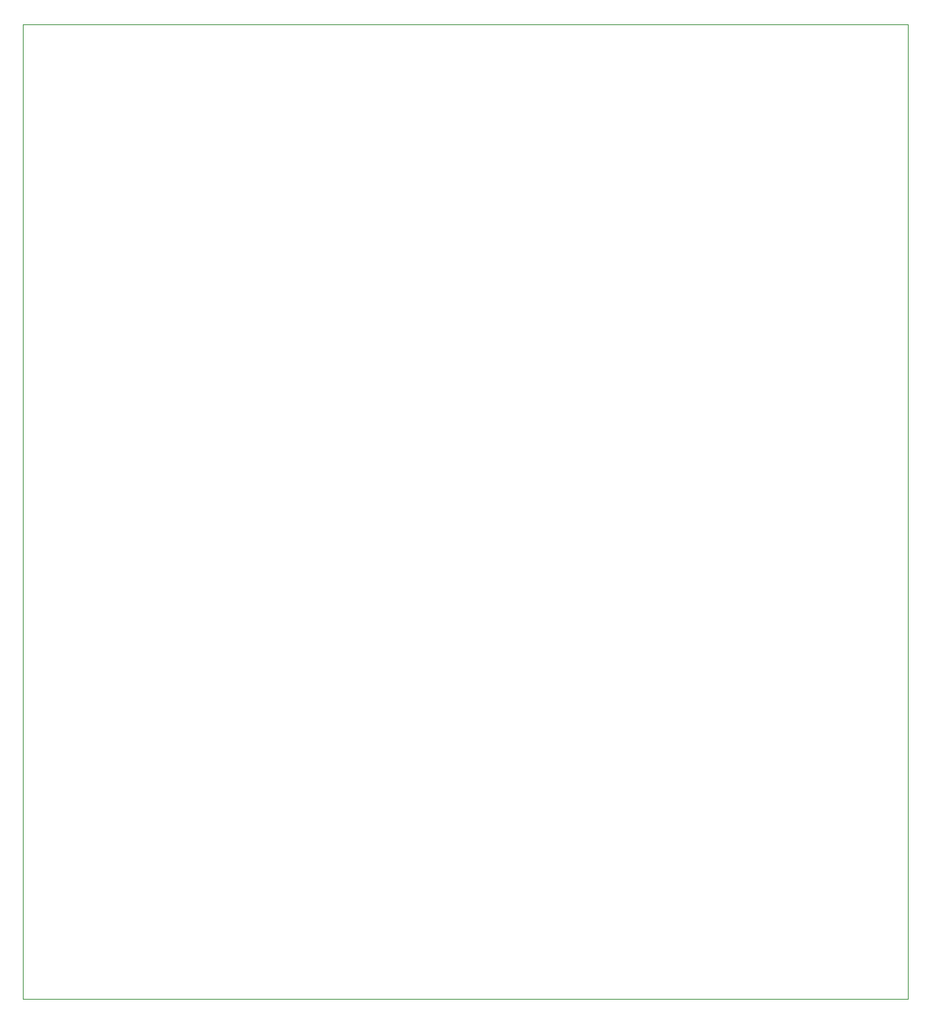
<source format=gm1>
%TF.GenerationSoftware,KiCad,Pcbnew,7.0.6*%
%TF.CreationDate,2023-08-27T21:43:50+09:00*%
%TF.ProjectId,QFN40_6x6_DIP_panelized,51464e34-305f-4367-9836-5f4449505f70,rev?*%
%TF.SameCoordinates,Original*%
%TF.FileFunction,Profile,NP*%
%FSLAX46Y46*%
G04 Gerber Fmt 4.6, Leading zero omitted, Abs format (unit mm)*
G04 Created by KiCad (PCBNEW 7.0.6) date 2023-08-27 21:43:50*
%MOMM*%
%LPD*%
G01*
G04 APERTURE LIST*
%TA.AperFunction,Profile*%
%ADD10C,0.100000*%
%TD*%
G04 APERTURE END LIST*
D10*
X46990000Y-151130000D02*
X148590000Y-151130000D01*
X46990000Y-39370000D02*
X148590000Y-39370000D01*
X46990000Y-151130000D02*
X46990000Y-39370000D01*
X148590000Y-151130000D02*
X148590000Y-39370000D01*
M02*

</source>
